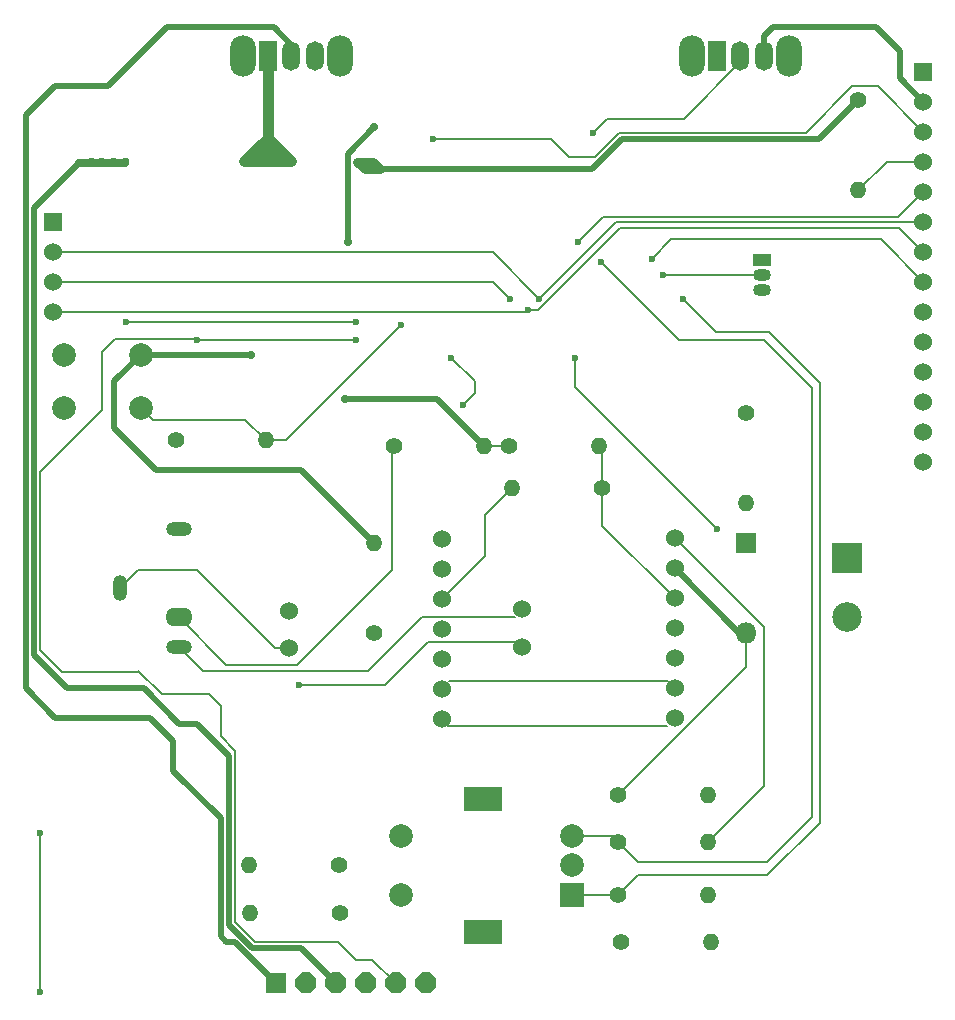
<source format=gbr>
%TF.GenerationSoftware,KiCad,Pcbnew,8.0.6*%
%TF.CreationDate,2025-02-20T10:46:28-07:00*%
%TF.ProjectId,PCB ESP32 S3 Wroom 1 n16r8,50434220-4553-4503-9332-205333205772,rev?*%
%TF.SameCoordinates,Original*%
%TF.FileFunction,Copper,L1,Top*%
%TF.FilePolarity,Positive*%
%FSLAX46Y46*%
G04 Gerber Fmt 4.6, Leading zero omitted, Abs format (unit mm)*
G04 Created by KiCad (PCBNEW 8.0.6) date 2025-02-20 10:46:28*
%MOMM*%
%LPD*%
G01*
G04 APERTURE LIST*
G04 Aperture macros list*
%AMOutline5P*
0 Free polygon, 5 corners , with rotation*
0 The origin of the aperture is its center*
0 number of corners: always 5*
0 $1 to $10 corner X, Y*
0 $11 Rotation angle, in degrees counterclockwise*
0 create outline with 5 corners*
4,1,5,$1,$2,$3,$4,$5,$6,$7,$8,$9,$10,$1,$2,$11*%
%AMOutline6P*
0 Free polygon, 6 corners , with rotation*
0 The origin of the aperture is its center*
0 number of corners: always 6*
0 $1 to $12 corner X, Y*
0 $13 Rotation angle, in degrees counterclockwise*
0 create outline with 6 corners*
4,1,6,$1,$2,$3,$4,$5,$6,$7,$8,$9,$10,$11,$12,$1,$2,$13*%
%AMOutline7P*
0 Free polygon, 7 corners , with rotation*
0 The origin of the aperture is its center*
0 number of corners: always 7*
0 $1 to $14 corner X, Y*
0 $15 Rotation angle, in degrees counterclockwise*
0 create outline with 7 corners*
4,1,7,$1,$2,$3,$4,$5,$6,$7,$8,$9,$10,$11,$12,$13,$14,$1,$2,$15*%
%AMOutline8P*
0 Free polygon, 8 corners , with rotation*
0 The origin of the aperture is its center*
0 number of corners: always 8*
0 $1 to $16 corner X, Y*
0 $17 Rotation angle, in degrees counterclockwise*
0 create outline with 8 corners*
4,1,8,$1,$2,$3,$4,$5,$6,$7,$8,$9,$10,$11,$12,$13,$14,$15,$16,$1,$2,$17*%
G04 Aperture macros list end*
%TA.AperFunction,ComponentPad*%
%ADD10O,2.200000X1.200000*%
%TD*%
%TA.AperFunction,ComponentPad*%
%ADD11O,1.200000X2.200000*%
%TD*%
%TA.AperFunction,ComponentPad*%
%ADD12O,2.300000X1.600000*%
%TD*%
%TA.AperFunction,ComponentPad*%
%ADD13C,1.400000*%
%TD*%
%TA.AperFunction,ComponentPad*%
%ADD14O,1.400000X1.400000*%
%TD*%
%TA.AperFunction,ComponentPad*%
%ADD15R,2.000000X2.000000*%
%TD*%
%TA.AperFunction,ComponentPad*%
%ADD16C,2.000000*%
%TD*%
%TA.AperFunction,ComponentPad*%
%ADD17R,3.200000X2.000000*%
%TD*%
%TA.AperFunction,ComponentPad*%
%ADD18C,1.524000*%
%TD*%
%TA.AperFunction,ComponentPad*%
%ADD19R,1.524000X1.524000*%
%TD*%
%TA.AperFunction,ComponentPad*%
%ADD20R,1.800000X1.800000*%
%TD*%
%TA.AperFunction,ComponentPad*%
%ADD21O,1.800000X1.800000*%
%TD*%
%TA.AperFunction,ComponentPad*%
%ADD22R,2.500000X2.500000*%
%TD*%
%TA.AperFunction,ComponentPad*%
%ADD23C,2.500000*%
%TD*%
%TA.AperFunction,ComponentPad*%
%ADD24O,2.200000X3.500000*%
%TD*%
%TA.AperFunction,ComponentPad*%
%ADD25R,1.500000X2.500000*%
%TD*%
%TA.AperFunction,ComponentPad*%
%ADD26O,1.500000X2.500000*%
%TD*%
%TA.AperFunction,ComponentPad*%
%ADD27R,1.500000X1.050000*%
%TD*%
%TA.AperFunction,ComponentPad*%
%ADD28O,1.500000X1.050000*%
%TD*%
%TA.AperFunction,ComponentPad*%
%ADD29Outline8P,-0.889000X0.368236X-0.368236X0.889000X0.368236X0.889000X0.889000X0.368236X0.889000X-0.368236X0.368236X-0.889000X-0.368236X-0.889000X-0.889000X-0.368236X0.000000*%
%TD*%
%TA.AperFunction,ComponentPad*%
%ADD30R,1.778000X1.778000*%
%TD*%
%TA.AperFunction,ViaPad*%
%ADD31C,0.600000*%
%TD*%
%TA.AperFunction,ViaPad*%
%ADD32C,0.700000*%
%TD*%
%TA.AperFunction,ViaPad*%
%ADD33C,0.750000*%
%TD*%
%TA.AperFunction,Conductor*%
%ADD34C,0.500000*%
%TD*%
%TA.AperFunction,Conductor*%
%ADD35C,0.700000*%
%TD*%
%TA.AperFunction,Conductor*%
%ADD36C,0.200000*%
%TD*%
%TA.AperFunction,Conductor*%
%ADD37C,0.900000*%
%TD*%
%TA.AperFunction,Conductor*%
%ADD38C,0.800000*%
%TD*%
G04 APERTURE END LIST*
D10*
%TO.P,J1,R*%
%TO.N,Net-(RSPKR1-SPKR+)*%
X72500000Y-86500000D03*
D11*
%TO.P,J1,S*%
%TO.N,Net-(L_SPKR1-SPKR-)*%
X67500000Y-91500000D03*
D10*
%TO.P,J1,T*%
%TO.N,Net-(L_SPKR1-SPKR+)*%
X72500000Y-96500000D03*
D12*
%TO.P,J1,TN*%
%TO.N,/Detect_Jack*%
X72500000Y-94000000D03*
%TD*%
D13*
%TO.P,R4,1*%
%TO.N,GND*%
X109690000Y-109000000D03*
D14*
%TO.P,R4,2*%
%TO.N,/PLAY{slash}PAUSE BUTTON*%
X117310000Y-109000000D03*
%TD*%
D13*
%TO.P,R1,1*%
%TO.N,Net-(X1-IO16)*%
X109690000Y-113000000D03*
D14*
%TO.P,R1,2*%
%TO.N,/VDD*%
X117310000Y-113000000D03*
%TD*%
D15*
%TO.P,Primary Rotary Encoder1,A,A*%
%TO.N,Net-(X1-IO7)*%
X105750000Y-117500000D03*
D16*
%TO.P,Primary Rotary Encoder1,B,B*%
%TO.N,Net-(X1-IO16)*%
X105750000Y-112500000D03*
%TO.P,Primary Rotary Encoder1,C,C*%
%TO.N,GND*%
X105750000Y-115000000D03*
D17*
%TO.P,Primary Rotary Encoder1,MP*%
%TO.N,N/C*%
X98250000Y-120600000D03*
X98250000Y-109400000D03*
D16*
%TO.P,Primary Rotary Encoder1,S1,S1*%
%TO.N,Net-(X1-IO21)*%
X91250000Y-112500000D03*
%TO.P,Primary Rotary Encoder1,S2,S2*%
%TO.N,GND*%
X91250000Y-117500000D03*
%TD*%
D18*
%TO.P,L_SPKR1,+,SPKR+*%
%TO.N,Net-(L_SPKR1-SPKR+)*%
X101500000Y-93325000D03*
%TO.P,L_SPKR1,-,SPKR-*%
%TO.N,Net-(L_SPKR1-SPKR-)*%
X101500000Y-96500000D03*
%TO.P,L_SPKR1,BCLK,BCLK*%
%TO.N,/DAC_BCLK*%
X114454000Y-99992500D03*
%TO.P,L_SPKR1,DIN,DIN*%
%TO.N,/DAC_DIN*%
X114454000Y-97452500D03*
%TO.P,L_SPKR1,GAIN,Gain*%
%TO.N,/Gain*%
X114454000Y-94912500D03*
%TO.P,L_SPKR1,GND,GND*%
%TO.N,GND*%
X114454000Y-89832500D03*
%TO.P,L_SPKR1,LRC,LRC*%
%TO.N,/DAC_LRC*%
X114454000Y-102532500D03*
%TO.P,L_SPKR1,SD,SD*%
%TO.N,/L_Chanel_Select*%
X114454000Y-92372500D03*
%TO.P,L_SPKR1,VIN,Vin*%
%TO.N,/VDD*%
X114454000Y-87292500D03*
%TD*%
D13*
%TO.P,R2,1*%
%TO.N,Net-(X1-IO7)*%
X109690000Y-117500000D03*
D14*
%TO.P,R2,2*%
%TO.N,/VDD*%
X117310000Y-117500000D03*
%TD*%
D13*
%TO.P,R3,1*%
%TO.N,GND*%
X86000000Y-115000000D03*
D14*
%TO.P,R3,2*%
%TO.N,/HOME_BUTTON*%
X78380000Y-115000000D03*
%TD*%
D18*
%TO.P,RSPKR1,+,SPKR+*%
%TO.N,Net-(RSPKR1-SPKR+)*%
X81758500Y-93412500D03*
%TO.P,RSPKR1,-,SPKR-*%
%TO.N,Net-(L_SPKR1-SPKR-)*%
X81758500Y-96587500D03*
%TO.P,RSPKR1,BCLK,BCLK*%
%TO.N,/DAC_BCLK*%
X94712500Y-100080000D03*
%TO.P,RSPKR1,DIN,DIN*%
%TO.N,/DAC_DIN*%
X94712500Y-97540000D03*
%TO.P,RSPKR1,GAIN,Gain*%
%TO.N,/Gain*%
X94712500Y-95000000D03*
%TO.P,RSPKR1,GND,GND*%
%TO.N,GND*%
X94712500Y-89920000D03*
%TO.P,RSPKR1,LRC,LRC*%
%TO.N,/DAC_LRC*%
X94712500Y-102620000D03*
%TO.P,RSPKR1,SD,SD*%
%TO.N,/R_Chanel_Select*%
X94712500Y-92460000D03*
%TO.P,RSPKR1,VIN,Vin*%
%TO.N,/VDD*%
X94712500Y-87380000D03*
%TD*%
%TO.P,Screen&SDCardReader1,CS,CS*%
%TO.N,/TFT_CS*%
X135500000Y-52880000D03*
%TO.P,Screen&SDCardReader1,DC,DC*%
%TO.N,/TFT_DC*%
X135500000Y-57960000D03*
%TO.P,Screen&SDCardReader1,GND,GND*%
%TO.N,GND*%
X135500000Y-50340000D03*
%TO.P,Screen&SDCardReader1,LED,LED*%
%TO.N,/SCREEN_BRIGHTNESS*%
X135500000Y-65580000D03*
%TO.P,Screen&SDCardReader1,RESET,RESET*%
%TO.N,/RESET*%
X135500000Y-55420000D03*
%TO.P,Screen&SDCardReader1,SCK,SCK*%
%TO.N,/SPI_SCK*%
X135500000Y-63040000D03*
%TO.P,Screen&SDCardReader1,SDI(MOSI),SDI(MOSI)*%
%TO.N,/SPI_MOSI*%
X135500000Y-60500000D03*
%TO.P,Screen&SDCardReader1,SDO(MISO),SDO(MISO)*%
%TO.N,unconnected-(Screen&SDCardReader1-PadSDO(MISO))*%
X135500000Y-68120000D03*
D19*
%TO.P,Screen&SDCardReader1,SD_CS,SD_CS*%
%TO.N,/SD_CS*%
X61840000Y-60500000D03*
D18*
%TO.P,Screen&SDCardReader1,SD_MISO,SD_MISO*%
%TO.N,/SPI_MISO*%
X61840000Y-65580000D03*
%TO.P,Screen&SDCardReader1,SD_MOSI,SD_MOSI*%
%TO.N,/SPI_MOSI*%
X61840000Y-63040000D03*
%TO.P,Screen&SDCardReader1,SD_SCK,SD_SCK*%
%TO.N,/SPI_SCK*%
X61840000Y-68120000D03*
%TO.P,Screen&SDCardReader1,T_CLK,T_CLK*%
%TO.N,unconnected-(Screen&SDCardReader1-PadT_CLK)*%
X135500000Y-70660000D03*
%TO.P,Screen&SDCardReader1,T_CS,T_CS*%
%TO.N,unconnected-(Screen&SDCardReader1-PadT_CS)*%
X135500000Y-73200000D03*
%TO.P,Screen&SDCardReader1,T_DIN,T_DIN*%
%TO.N,unconnected-(Screen&SDCardReader1-PadT_DIN)*%
X135500000Y-75740000D03*
%TO.P,Screen&SDCardReader1,T_DO,T_DO*%
%TO.N,unconnected-(Screen&SDCardReader1-PadT_DO)*%
X135500000Y-78280000D03*
%TO.P,Screen&SDCardReader1,T_IRQ,T_IRQ*%
%TO.N,unconnected-(Screen&SDCardReader1-PadT_IRQ)*%
X135500000Y-80820000D03*
D19*
%TO.P,Screen&SDCardReader1,Vcc,Vcc*%
%TO.N,/VDD*%
X135500000Y-47800000D03*
%TD*%
D13*
%TO.P,R6,1*%
%TO.N,GND*%
X86120000Y-119000000D03*
D14*
%TO.P,R6,2*%
%TO.N,/BACK_BUTTON*%
X78500000Y-119000000D03*
%TD*%
D20*
%TO.P,D1,1,K*%
%TO.N,Net-(D1-K)*%
X120500000Y-87690000D03*
D21*
%TO.P,D1,2,A*%
%TO.N,GND*%
X120500000Y-95310000D03*
%TD*%
D22*
%TO.P,M1,1,+*%
%TO.N,Net-(D1-K)*%
X129000000Y-89000000D03*
D23*
%TO.P,M1,2,-*%
%TO.N,GND*%
X129000000Y-94000000D03*
%TD*%
D13*
%TO.P,R5,1*%
%TO.N,GND*%
X109880000Y-121500000D03*
D14*
%TO.P,R5,2*%
%TO.N,/MENU_BUTTON*%
X117500000Y-121500000D03*
%TD*%
D13*
%TO.P,R12,1*%
%TO.N,/Detect_Jack*%
X90690000Y-79500000D03*
D14*
%TO.P,R12,2*%
%TO.N,/VDD*%
X98310000Y-79500000D03*
%TD*%
D24*
%TO.P,SW6,*%
%TO.N,*%
X115900000Y-46500000D03*
X124100000Y-46500000D03*
D25*
%TO.P,SW6,1,A*%
%TO.N,/VDD*%
X118000000Y-46500000D03*
D26*
%TO.P,SW6,2,B*%
%TO.N,Net-(SW6-B)*%
X120000000Y-46500000D03*
%TO.P,SW6,3,C*%
%TO.N,GND*%
X122000000Y-46500000D03*
%TD*%
D13*
%TO.P,R13,1*%
%TO.N,/VDD*%
X130000000Y-50190000D03*
D14*
%TO.P,R13,2*%
%TO.N,/RESET*%
X130000000Y-57810000D03*
%TD*%
D13*
%TO.P,R8,1*%
%TO.N,/VDD*%
X72190000Y-79000000D03*
D14*
%TO.P,R8,2*%
%TO.N,/BOOT_SEL*%
X79810000Y-79000000D03*
%TD*%
D24*
%TO.P,SW4,*%
%TO.N,*%
X77900000Y-46500000D03*
X86100000Y-46500000D03*
D25*
%TO.P,SW4,1,A*%
%TO.N,GND*%
X80000000Y-46500000D03*
D26*
%TO.P,SW4,2,B*%
%TO.N,Net-(SW4-B)*%
X82000000Y-46500000D03*
%TO.P,SW4,3,C*%
%TO.N,unconnected-(SW4-C-Pad3)*%
X84000000Y-46500000D03*
%TD*%
D13*
%TO.P,R11,1*%
%TO.N,/R_Chanel_Select*%
X89000000Y-95310000D03*
D14*
%TO.P,R11,2*%
%TO.N,GND*%
X89000000Y-87690000D03*
%TD*%
D16*
%TO.P,SW7,1,1*%
%TO.N,GND*%
X69250000Y-71750000D03*
X62750000Y-71750000D03*
%TO.P,SW7,2,2*%
%TO.N,/BOOT_SEL*%
X69250000Y-76250000D03*
X62750000Y-76250000D03*
%TD*%
D27*
%TO.P,Q1,1,D*%
%TO.N,/VDD*%
X121860000Y-63730000D03*
D28*
%TO.P,Q1,2,G*%
%TO.N,/Motor_Driver*%
X121860000Y-65000000D03*
%TO.P,Q1,3,S*%
%TO.N,Net-(Q1-S)*%
X121860000Y-66270000D03*
%TD*%
D13*
%TO.P,R9,1*%
%TO.N,/VDD*%
X100380000Y-79500000D03*
D14*
%TO.P,R9,2*%
%TO.N,/L_Chanel_Select*%
X108000000Y-79500000D03*
%TD*%
D13*
%TO.P,R7,1*%
%TO.N,Net-(Q1-S)*%
X120500000Y-76690000D03*
D14*
%TO.P,R7,2*%
%TO.N,Net-(D1-K)*%
X120500000Y-84310000D03*
%TD*%
D13*
%TO.P,R10,1*%
%TO.N,/L_Chanel_Select*%
X108310000Y-83000000D03*
D14*
%TO.P,R10,2*%
%TO.N,/R_Chanel_Select*%
X100690000Y-83000000D03*
%TD*%
D29*
%TO.P,1,5V,5V*%
%TO.N,/5V*%
X85730000Y-124960000D03*
%TO.P,1,CTS,CTS*%
%TO.N,unconnected-(1-PadCTS)*%
X83190000Y-124960000D03*
D30*
%TO.P,1,GND,GND*%
%TO.N,Net-(SW4-B)*%
X80650000Y-124960000D03*
D29*
%TO.P,1,RTS,RTS*%
%TO.N,/RESET*%
X93350000Y-124960000D03*
%TO.P,1,RXD,RXD*%
%TO.N,/RXD*%
X90810000Y-124960000D03*
%TO.P,1,TXD,TXD*%
%TO.N,/TXD*%
X88270000Y-124960000D03*
%TD*%
D31*
%TO.N,/5V*%
X67000000Y-55372000D03*
X65128000Y-55372000D03*
X68000000Y-55372000D03*
X66000000Y-55372000D03*
%TO.N,/RXD*%
X87500000Y-70500000D03*
X74000000Y-70500000D03*
%TO.N,/TXD*%
X87500000Y-69000000D03*
X68000000Y-69000000D03*
D32*
%TO.N,GND*%
X89000000Y-52500000D03*
D31*
X78000000Y-55372000D03*
X82000000Y-55372000D03*
X80000000Y-55372000D03*
D32*
X86750000Y-62250000D03*
X78613000Y-71750000D03*
D31*
X81000000Y-55372000D03*
X79000000Y-55372000D03*
%TO.N,/VDD*%
X60725000Y-112275000D03*
X60725000Y-125725000D03*
X89000000Y-56053122D03*
D33*
X88200000Y-56053122D03*
D32*
X86500000Y-75500000D03*
D31*
X87573439Y-55426561D03*
%TO.N,Net-(L_SPKR1-SPKR-)*%
X82677000Y-99695000D03*
%TO.N,Net-(X1-IO7)*%
X115189000Y-67056000D03*
%TO.N,Net-(X1-IO16)*%
X108204000Y-63881000D03*
%TO.N,/Motor_Driver*%
X113500000Y-65000000D03*
%TO.N,/PLAY{slash}PAUSE BUTTON*%
X106000000Y-72000000D03*
X118000000Y-86500000D03*
%TO.N,/MENU_BUTTON*%
X96500000Y-76000000D03*
X95500000Y-72000000D03*
%TO.N,/BOOT_SEL*%
X91250000Y-69250000D03*
%TO.N,/SPI_MISO*%
X100500000Y-67000000D03*
%TO.N,/SPI_MOSI*%
X103000000Y-67000000D03*
%TO.N,/SPI_SCK*%
X102000000Y-68000000D03*
%TO.N,/TFT_CS*%
X94000000Y-53500000D03*
%TO.N,/SCREEN_BRIGHTNESS*%
X112500000Y-63670000D03*
%TO.N,/TFT_DC*%
X106250000Y-62250000D03*
%TO.N,Net-(SW6-B)*%
X107500000Y-53000000D03*
%TD*%
D34*
%TO.N,Net-(SW4-B)*%
X72000000Y-107000000D02*
X72000000Y-104500000D01*
X77190000Y-121500000D02*
X76500000Y-121500000D01*
X80650000Y-124960000D02*
X77190000Y-121500000D01*
X76000000Y-121000000D02*
X76000000Y-111000000D01*
X71500000Y-44000000D02*
X80500000Y-44000000D01*
X76500000Y-121500000D02*
X76000000Y-121000000D01*
X80500000Y-44000000D02*
X82000000Y-45500000D01*
X70000000Y-102500000D02*
X62000000Y-102500000D01*
X59500000Y-100000000D02*
X59500000Y-51500000D01*
X66500000Y-49000000D02*
X71500000Y-44000000D01*
X72000000Y-104500000D02*
X70000000Y-102500000D01*
X62000000Y-49000000D02*
X66500000Y-49000000D01*
X59500000Y-51500000D02*
X62000000Y-49000000D01*
X62000000Y-102500000D02*
X59500000Y-100000000D01*
X76000000Y-111000000D02*
X72000000Y-107000000D01*
%TO.N,/5V*%
X63239000Y-56261000D02*
X64000000Y-55500000D01*
X76700000Y-105700000D02*
X74000000Y-103000000D01*
X60200000Y-97200000D02*
X60200000Y-59300000D01*
X85730000Y-124960000D02*
X82770000Y-122000000D01*
X74000000Y-103000000D02*
X72500000Y-103000000D01*
X63239000Y-56261000D02*
X63000000Y-56500000D01*
X78679950Y-122000000D02*
X76700000Y-120020050D01*
X67872000Y-55500000D02*
X68000000Y-55372000D01*
X76700000Y-120020050D02*
X76700000Y-105700000D01*
X82770000Y-122000000D02*
X78679950Y-122000000D01*
D35*
X64000000Y-55500000D02*
X67872000Y-55500000D01*
D34*
X72500000Y-103000000D02*
X69500000Y-100000000D01*
X60200000Y-59300000D02*
X63239000Y-56261000D01*
X63000000Y-100000000D02*
X60200000Y-97200000D01*
X69500000Y-100000000D02*
X63000000Y-100000000D01*
D36*
%TO.N,/RESET*%
X135500000Y-55420000D02*
X132390000Y-55420000D01*
X132390000Y-55420000D02*
X130000000Y-57810000D01*
%TO.N,/RXD*%
X88850000Y-123000000D02*
X87500000Y-123000000D01*
X76000000Y-101500000D02*
X75000000Y-100500000D01*
X68900000Y-98600000D02*
X62600000Y-98600000D01*
X73950000Y-70450000D02*
X74000000Y-70500000D01*
X66000000Y-71500000D02*
X67050000Y-70450000D01*
X77250000Y-119750000D02*
X77250000Y-105325165D01*
X90810000Y-124960000D02*
X88850000Y-123000000D01*
X85950000Y-121450000D02*
X78950000Y-121450000D01*
X75000000Y-100500000D02*
X71000000Y-100500000D01*
X77250000Y-105325165D02*
X76000000Y-104075165D01*
X67050000Y-70450000D02*
X73950000Y-70450000D01*
X87500000Y-70500000D02*
X74000000Y-70500000D01*
X62600000Y-98600000D02*
X60750000Y-96750000D01*
X87500000Y-123000000D02*
X85950000Y-121450000D01*
X66000000Y-76459961D02*
X66000000Y-71500000D01*
X78950000Y-121450000D02*
X77250000Y-119750000D01*
X69000000Y-98500000D02*
X68900000Y-98600000D01*
X71000000Y-100500000D02*
X69000000Y-98500000D01*
X76000000Y-104075165D02*
X76000000Y-101500000D01*
X60750000Y-96750000D02*
X60750000Y-81709961D01*
X60750000Y-81709961D02*
X66000000Y-76459961D01*
%TO.N,/TXD*%
X87500000Y-69000000D02*
X68000000Y-69000000D01*
D34*
%TO.N,GND*%
X86750000Y-54750000D02*
X89000000Y-52500000D01*
D37*
X80000000Y-54372000D02*
X81000000Y-55372000D01*
D34*
X67000000Y-78000000D02*
X67000000Y-74000000D01*
D37*
X80000000Y-54000000D02*
X80000000Y-54372000D01*
X78000000Y-55372000D02*
X82000000Y-55372000D01*
X80000000Y-54000000D02*
X81372000Y-55372000D01*
D36*
X119931500Y-95310000D02*
X120500000Y-95310000D01*
D34*
X133500000Y-46000000D02*
X131500000Y-44000000D01*
X86750000Y-62250000D02*
X86750000Y-54750000D01*
D37*
X80000000Y-53372000D02*
X82000000Y-55372000D01*
X80000000Y-54000000D02*
X80000000Y-55372000D01*
X80000000Y-53000000D02*
X80000000Y-53372000D01*
D36*
X120500000Y-98190000D02*
X109690000Y-109000000D01*
D37*
X78628000Y-55372000D02*
X78000000Y-55372000D01*
D34*
X122750000Y-44000000D02*
X122000000Y-44750000D01*
D36*
X135500000Y-50500000D02*
X135500000Y-50340000D01*
D34*
X114454000Y-89832500D02*
X119931500Y-95310000D01*
X89000000Y-87690000D02*
X82810000Y-81500000D01*
D37*
X81372000Y-55372000D02*
X82000000Y-55372000D01*
X80000000Y-54000000D02*
X78628000Y-55372000D01*
D34*
X78613000Y-71750000D02*
X69250000Y-71750000D01*
X67000000Y-74000000D02*
X69250000Y-71750000D01*
X133500000Y-48340000D02*
X133500000Y-46000000D01*
D37*
X80000000Y-53372000D02*
X78000000Y-55372000D01*
X80000000Y-53000000D02*
X80000000Y-54000000D01*
D34*
X70500000Y-81500000D02*
X67000000Y-78000000D01*
X122000000Y-44750000D02*
X122000000Y-46500000D01*
D37*
X80000000Y-54372000D02*
X79000000Y-55372000D01*
D34*
X131500000Y-44000000D02*
X122750000Y-44000000D01*
X135500000Y-50340000D02*
X133500000Y-48340000D01*
D36*
X120500000Y-95310000D02*
X120500000Y-98190000D01*
D34*
X82810000Y-81500000D02*
X70500000Y-81500000D01*
D37*
X80000000Y-46500000D02*
X80000000Y-53000000D01*
D34*
%TO.N,/VDD*%
X94310000Y-75500000D02*
X86500000Y-75500000D01*
D38*
X88200000Y-56053122D02*
X87573439Y-55426561D01*
D36*
X135200000Y-47800000D02*
X135500000Y-47800000D01*
D38*
X88373439Y-55426561D02*
X88873439Y-55426561D01*
D36*
X100380000Y-79500000D02*
X98310000Y-79500000D01*
X60725000Y-112275000D02*
X60725000Y-125725000D01*
D38*
X88873439Y-55426561D02*
X89500000Y-56053122D01*
D34*
X110000000Y-53500000D02*
X126690000Y-53500000D01*
D38*
X87573439Y-55426561D02*
X88373439Y-55426561D01*
D34*
X89000000Y-56053122D02*
X107446878Y-56053122D01*
D36*
X114454000Y-87292500D02*
X122000000Y-94838500D01*
D38*
X89500000Y-56053122D02*
X88200000Y-56053122D01*
D34*
X126690000Y-53500000D02*
X130000000Y-50190000D01*
D36*
X122000000Y-94838500D02*
X122000000Y-108310000D01*
X122000000Y-108310000D02*
X117310000Y-113000000D01*
D34*
X98310000Y-79500000D02*
X94310000Y-75500000D01*
X107446878Y-56053122D02*
X110000000Y-53500000D01*
D38*
X88373439Y-55426561D02*
X89000000Y-56053122D01*
D36*
%TO.N,Net-(D1-K)*%
X120500000Y-84500000D02*
X120500000Y-84310000D01*
%TO.N,Net-(L_SPKR1-SPKR-)*%
X69000000Y-90000000D02*
X67500000Y-91500000D01*
X93549000Y-96062000D02*
X101062000Y-96062000D01*
X80587500Y-96587500D02*
X74000000Y-90000000D01*
X74000000Y-90000000D02*
X69000000Y-90000000D01*
X89916000Y-99695000D02*
X93549000Y-96062000D01*
X82677000Y-99695000D02*
X89916000Y-99695000D01*
X101062000Y-96062000D02*
X101500000Y-96500000D01*
X81758500Y-96587500D02*
X80587500Y-96587500D01*
%TO.N,Net-(L_SPKR1-SPKR+)*%
X100887000Y-93938000D02*
X93062000Y-93938000D01*
X74500000Y-98500000D02*
X72500000Y-96500000D01*
X93062000Y-93938000D02*
X88500000Y-98500000D01*
X88500000Y-98500000D02*
X74500000Y-98500000D01*
%TO.N,/Detect_Jack*%
X90500000Y-90000000D02*
X90500000Y-79690000D01*
X90500000Y-79690000D02*
X90690000Y-79500000D01*
X72500000Y-94000000D02*
X76500000Y-98000000D01*
X76500000Y-98000000D02*
X82500000Y-98000000D01*
X82500000Y-98000000D02*
X90500000Y-90000000D01*
%TO.N,/DAC_LRC*%
X95265012Y-103172512D02*
X113813988Y-103172512D01*
%TO.N,/DAC_BCLK*%
X95371225Y-99421275D02*
X113882775Y-99421275D01*
%TO.N,/L_Chanel_Select*%
X108310000Y-79810000D02*
X108000000Y-79500000D01*
X114454000Y-92372500D02*
X108310000Y-86228500D01*
X108310000Y-86228500D02*
X108310000Y-83000000D01*
X108310000Y-83000000D02*
X108310000Y-79810000D01*
%TO.N,Net-(X1-IO7)*%
X122428000Y-69850000D02*
X126746000Y-74168000D01*
X126746000Y-74168000D02*
X126746000Y-111379000D01*
X126746000Y-111379000D02*
X122301000Y-115824000D01*
X117983000Y-69850000D02*
X122428000Y-69850000D01*
X115189000Y-67056000D02*
X117983000Y-69850000D01*
X105750000Y-117500000D02*
X109690000Y-117500000D01*
X111366000Y-115824000D02*
X109690000Y-117500000D01*
X122301000Y-115824000D02*
X111366000Y-115824000D01*
%TO.N,Net-(X1-IO16)*%
X105750000Y-112500000D02*
X109190000Y-112500000D01*
X122301000Y-114681000D02*
X126111000Y-110871000D01*
X126111000Y-74549000D02*
X122047000Y-70485000D01*
X111371000Y-114681000D02*
X122301000Y-114681000D01*
X114808000Y-70485000D02*
X108204000Y-63881000D01*
X126111000Y-110871000D02*
X126111000Y-74549000D01*
X122047000Y-70485000D02*
X114808000Y-70485000D01*
X109190000Y-112500000D02*
X109690000Y-113000000D01*
X108204000Y-63881000D02*
X108077000Y-63754000D01*
X109690000Y-113000000D02*
X111371000Y-114681000D01*
%TO.N,/Motor_Driver*%
X113500000Y-65000000D02*
X121860000Y-65000000D01*
%TO.N,/PLAY{slash}PAUSE BUTTON*%
X106000000Y-74500000D02*
X106000000Y-72000000D01*
X118000000Y-86500000D02*
X106000000Y-74500000D01*
%TO.N,/MENU_BUTTON*%
X97500000Y-74000000D02*
X95500000Y-72000000D01*
X96500000Y-76000000D02*
X97500000Y-75000000D01*
X97500000Y-75000000D02*
X97500000Y-74000000D01*
%TO.N,/BOOT_SEL*%
X78060000Y-77250000D02*
X79810000Y-79000000D01*
X69250000Y-76250000D02*
X70250000Y-77250000D01*
X91250000Y-69250000D02*
X81500000Y-79000000D01*
X81500000Y-79000000D02*
X79810000Y-79000000D01*
X70250000Y-77250000D02*
X78060000Y-77250000D01*
X79810000Y-79000000D02*
X80000000Y-79000000D01*
%TO.N,/R_Chanel_Select*%
X98380881Y-88791619D02*
X98380881Y-85309119D01*
X94712500Y-92460000D02*
X98380881Y-88791619D01*
X98380881Y-85309119D02*
X100690000Y-83000000D01*
%TO.N,/SPI_MISO*%
X61840000Y-65580000D02*
X99080000Y-65580000D01*
X99080000Y-65580000D02*
X100500000Y-67000000D01*
%TO.N,/SPI_MOSI*%
X103000000Y-67000000D02*
X109500000Y-60500000D01*
X61840000Y-63040000D02*
X99040000Y-63040000D01*
X99040000Y-63040000D02*
X103000000Y-67000000D01*
X109500000Y-60500000D02*
X135500000Y-60500000D01*
%TO.N,/SPI_SCK*%
X109848529Y-61000000D02*
X133460000Y-61000000D01*
X61840000Y-68120000D02*
X101880000Y-68120000D01*
X102000000Y-68000000D02*
X102848529Y-68000000D01*
X102848529Y-68000000D02*
X109848529Y-61000000D01*
X102000000Y-68000000D02*
X101880000Y-68120000D01*
X133460000Y-61000000D02*
X135500000Y-63040000D01*
%TO.N,/TFT_CS*%
X107722182Y-55000000D02*
X109772182Y-52950000D01*
X104000000Y-53500000D02*
X105500000Y-55000000D01*
X125550000Y-52950000D02*
X129500000Y-49000000D01*
X129500000Y-49000000D02*
X131620000Y-49000000D01*
X131620000Y-49000000D02*
X135500000Y-52880000D01*
X105500000Y-55000000D02*
X107722182Y-55000000D01*
X94000000Y-53500000D02*
X104000000Y-53500000D01*
X109772182Y-52950000D02*
X125550000Y-52950000D01*
%TO.N,/SCREEN_BRIGHTNESS*%
X131920000Y-62000000D02*
X135500000Y-65580000D01*
X114170000Y-62000000D02*
X131920000Y-62000000D01*
X112500000Y-63670000D02*
X114170000Y-62000000D01*
%TO.N,/TFT_DC*%
X106250000Y-62250000D02*
X108400000Y-60100000D01*
X108400000Y-60100000D02*
X133360000Y-60100000D01*
X133360000Y-60100000D02*
X135500000Y-57960000D01*
%TO.N,Net-(SW6-B)*%
X108700000Y-51800000D02*
X115200000Y-51800000D01*
X107500000Y-53000000D02*
X108700000Y-51800000D01*
X115200000Y-51800000D02*
X120000000Y-47000000D01*
X120000000Y-47000000D02*
X120000000Y-46500000D01*
%TD*%
M02*

</source>
